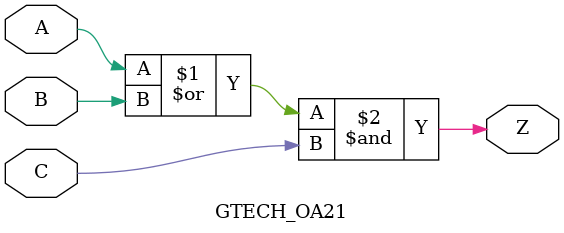
<source format=v>



module GTECH_OA21 (A, B, C, Z);  
	input A, B, C;
	output Z;

	assign Z = (A | B) & C;
endmodule




</source>
